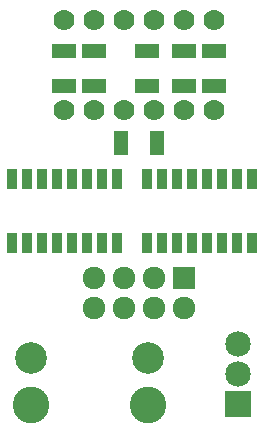
<source format=gbr>
G04 DesignSpark PCB Gerber Version 9.0 Build 5138 *
%FSLAX35Y35*%
%MOIN*%
%ADD112R,0.03559X0.07102*%
%ADD104R,0.05134X0.08087*%
%ADD100R,0.07555X0.07555*%
%ADD102R,0.08500X0.08500*%
%ADD17C,0.07000*%
%ADD101C,0.07555*%
%ADD103C,0.08500*%
%ADD106C,0.10539*%
%ADD107C,0.12205*%
%ADD113R,0.08087X0.05134*%
X0Y0D02*
D02*
D17*
X22600Y111600D03*
Y141600D03*
X32600Y111600D03*
Y141600D03*
X42600Y111600D03*
Y141600D03*
X52600Y111600D03*
Y141600D03*
X62600Y111600D03*
Y141600D03*
X72600Y111600D03*
Y141600D03*
D02*
D100*
X62600Y55600D03*
D02*
D101*
X32600Y45600D03*
Y55600D03*
X42600Y45600D03*
Y55600D03*
X52600Y45600D03*
Y55600D03*
X62600Y45600D03*
D02*
D102*
X80600Y13600D03*
D02*
D103*
Y23600D03*
Y33600D03*
D02*
D104*
X41694Y100600D03*
X53506D03*
D02*
D106*
X11612Y29033D03*
X50588D03*
D02*
D107*
X11612Y13285D03*
X50588D03*
D02*
D112*
X5100Y67372D03*
Y88828D03*
X10100Y67372D03*
Y88828D03*
X15100Y67372D03*
Y88828D03*
X20100Y67372D03*
Y88828D03*
X25100Y67372D03*
Y88828D03*
X30100Y67372D03*
Y88828D03*
X35100Y67372D03*
Y88828D03*
X40100Y67372D03*
Y88828D03*
X50100Y67372D03*
Y88828D03*
X55100Y67372D03*
Y88828D03*
X60100Y67372D03*
Y88828D03*
X65100Y67372D03*
Y88828D03*
X70100Y67372D03*
Y88828D03*
X75100Y67372D03*
Y88828D03*
X80100Y67372D03*
Y88828D03*
X85100Y67372D03*
Y88828D03*
D02*
D113*
X22600Y119694D03*
Y131506D03*
X32600Y119694D03*
Y131506D03*
X50100Y119694D03*
Y131506D03*
X62600Y119694D03*
Y131506D03*
X72600Y119694D03*
Y131506D03*
X0Y0D02*
M02*

</source>
